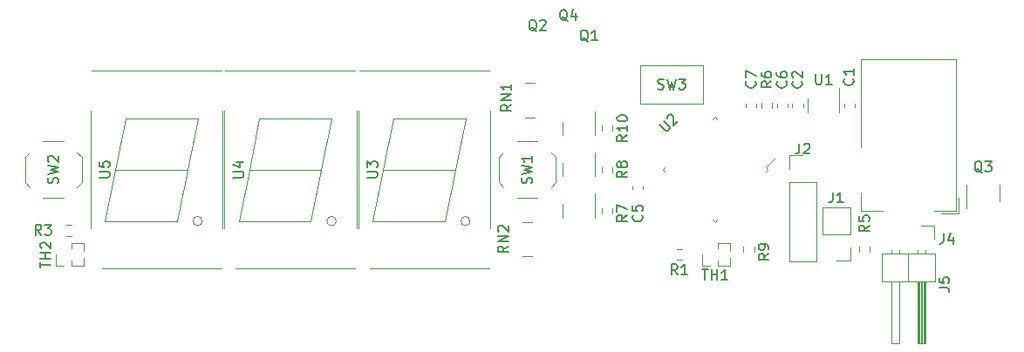
<source format=gbr>
%TF.GenerationSoftware,KiCad,Pcbnew,(6.0.5)*%
%TF.CreationDate,2023-01-29T17:57:26+00:00*%
%TF.ProjectId,PCB reflow Plate,50434220-7265-4666-9c6f-7720506c6174,rev?*%
%TF.SameCoordinates,Original*%
%TF.FileFunction,Legend,Top*%
%TF.FilePolarity,Positive*%
%FSLAX46Y46*%
G04 Gerber Fmt 4.6, Leading zero omitted, Abs format (unit mm)*
G04 Created by KiCad (PCBNEW (6.0.5)) date 2023-01-29 17:57:26*
%MOMM*%
%LPD*%
G01*
G04 APERTURE LIST*
%ADD10C,0.150000*%
%ADD11C,0.120000*%
G04 APERTURE END LIST*
D10*
%TO.C,TH2*%
X127757380Y-47535714D02*
X127757380Y-46964285D01*
X128757380Y-47250000D02*
X127757380Y-47250000D01*
X128757380Y-46630952D02*
X127757380Y-46630952D01*
X128233571Y-46630952D02*
X128233571Y-46059523D01*
X128757380Y-46059523D02*
X127757380Y-46059523D01*
X127852619Y-45630952D02*
X127805000Y-45583333D01*
X127757380Y-45488095D01*
X127757380Y-45250000D01*
X127805000Y-45154761D01*
X127852619Y-45107142D01*
X127947857Y-45059523D01*
X128043095Y-45059523D01*
X128185952Y-45107142D01*
X128757380Y-45678571D01*
X128757380Y-45059523D01*
%TO.C,TH1*%
X191964285Y-47702380D02*
X192535714Y-47702380D01*
X192250000Y-48702380D02*
X192250000Y-47702380D01*
X192869047Y-48702380D02*
X192869047Y-47702380D01*
X192869047Y-48178571D02*
X193440476Y-48178571D01*
X193440476Y-48702380D02*
X193440476Y-47702380D01*
X194440476Y-48702380D02*
X193869047Y-48702380D01*
X194154761Y-48702380D02*
X194154761Y-47702380D01*
X194059523Y-47845238D01*
X193964285Y-47940476D01*
X193869047Y-47988095D01*
%TO.C,C1*%
X206607142Y-29166666D02*
X206654761Y-29214285D01*
X206702380Y-29357142D01*
X206702380Y-29452380D01*
X206654761Y-29595238D01*
X206559523Y-29690476D01*
X206464285Y-29738095D01*
X206273809Y-29785714D01*
X206130952Y-29785714D01*
X205940476Y-29738095D01*
X205845238Y-29690476D01*
X205750000Y-29595238D01*
X205702380Y-29452380D01*
X205702380Y-29357142D01*
X205750000Y-29214285D01*
X205797619Y-29166666D01*
X206702380Y-28214285D02*
X206702380Y-28785714D01*
X206702380Y-28500000D02*
X205702380Y-28500000D01*
X205845238Y-28595238D01*
X205940476Y-28690476D01*
X205988095Y-28785714D01*
%TO.C,SW3*%
X187666666Y-30154761D02*
X187809523Y-30202380D01*
X188047619Y-30202380D01*
X188142857Y-30154761D01*
X188190476Y-30107142D01*
X188238095Y-30011904D01*
X188238095Y-29916666D01*
X188190476Y-29821428D01*
X188142857Y-29773809D01*
X188047619Y-29726190D01*
X187857142Y-29678571D01*
X187761904Y-29630952D01*
X187714285Y-29583333D01*
X187666666Y-29488095D01*
X187666666Y-29392857D01*
X187714285Y-29297619D01*
X187761904Y-29250000D01*
X187857142Y-29202380D01*
X188095238Y-29202380D01*
X188238095Y-29250000D01*
X188571428Y-29202380D02*
X188809523Y-30202380D01*
X189000000Y-29488095D01*
X189190476Y-30202380D01*
X189428571Y-29202380D01*
X189714285Y-29202380D02*
X190333333Y-29202380D01*
X190000000Y-29583333D01*
X190142857Y-29583333D01*
X190238095Y-29630952D01*
X190285714Y-29678571D01*
X190333333Y-29773809D01*
X190333333Y-30011904D01*
X190285714Y-30107142D01*
X190238095Y-30154761D01*
X190142857Y-30202380D01*
X189857142Y-30202380D01*
X189761904Y-30154761D01*
X189714285Y-30107142D01*
%TO.C,J4*%
X215416666Y-44202380D02*
X215416666Y-44916666D01*
X215369047Y-45059523D01*
X215273809Y-45154761D01*
X215130952Y-45202380D01*
X215035714Y-45202380D01*
X216321428Y-44535714D02*
X216321428Y-45202380D01*
X216083333Y-44154761D02*
X215845238Y-44869047D01*
X216464285Y-44869047D01*
%TO.C,R9*%
X198452380Y-46171390D02*
X197976190Y-46504724D01*
X198452380Y-46742819D02*
X197452380Y-46742819D01*
X197452380Y-46361866D01*
X197500000Y-46266628D01*
X197547619Y-46219009D01*
X197642857Y-46171390D01*
X197785714Y-46171390D01*
X197880952Y-46219009D01*
X197928571Y-46266628D01*
X197976190Y-46361866D01*
X197976190Y-46742819D01*
X198452380Y-45695200D02*
X198452380Y-45504724D01*
X198404761Y-45409485D01*
X198357142Y-45361866D01*
X198214285Y-45266628D01*
X198023809Y-45219009D01*
X197642857Y-45219009D01*
X197547619Y-45266628D01*
X197500000Y-45314247D01*
X197452380Y-45409485D01*
X197452380Y-45599962D01*
X197500000Y-45695200D01*
X197547619Y-45742819D01*
X197642857Y-45790438D01*
X197880952Y-45790438D01*
X197976190Y-45742819D01*
X198023809Y-45695200D01*
X198071428Y-45599962D01*
X198071428Y-45409485D01*
X198023809Y-45314247D01*
X197976190Y-45266628D01*
X197880952Y-45219009D01*
%TO.C,Q3*%
X219154761Y-38297619D02*
X219059523Y-38250000D01*
X218964285Y-38154761D01*
X218821428Y-38011904D01*
X218726190Y-37964285D01*
X218630952Y-37964285D01*
X218678571Y-38202380D02*
X218583333Y-38154761D01*
X218488095Y-38059523D01*
X218440476Y-37869047D01*
X218440476Y-37535714D01*
X218488095Y-37345238D01*
X218583333Y-37250000D01*
X218678571Y-37202380D01*
X218869047Y-37202380D01*
X218964285Y-37250000D01*
X219059523Y-37345238D01*
X219107142Y-37535714D01*
X219107142Y-37869047D01*
X219059523Y-38059523D01*
X218964285Y-38154761D01*
X218869047Y-38202380D01*
X218678571Y-38202380D01*
X219440476Y-37202380D02*
X220059523Y-37202380D01*
X219726190Y-37583333D01*
X219869047Y-37583333D01*
X219964285Y-37630952D01*
X220011904Y-37678571D01*
X220059523Y-37773809D01*
X220059523Y-38011904D01*
X220011904Y-38107142D01*
X219964285Y-38154761D01*
X219869047Y-38202380D01*
X219583333Y-38202380D01*
X219488095Y-38154761D01*
X219440476Y-38107142D01*
%TO.C,U4*%
X146452380Y-38761904D02*
X147261904Y-38761904D01*
X147357142Y-38714285D01*
X147404761Y-38666666D01*
X147452380Y-38571428D01*
X147452380Y-38380952D01*
X147404761Y-38285714D01*
X147357142Y-38238095D01*
X147261904Y-38190476D01*
X146452380Y-38190476D01*
X146785714Y-37285714D02*
X147452380Y-37285714D01*
X146404761Y-37523809D02*
X147119047Y-37761904D01*
X147119047Y-37142857D01*
%TO.C,U1*%
X202988095Y-28702380D02*
X202988095Y-29511904D01*
X203035714Y-29607142D01*
X203083333Y-29654761D01*
X203178571Y-29702380D01*
X203369047Y-29702380D01*
X203464285Y-29654761D01*
X203511904Y-29607142D01*
X203559523Y-29511904D01*
X203559523Y-28702380D01*
X204559523Y-29702380D02*
X203988095Y-29702380D01*
X204273809Y-29702380D02*
X204273809Y-28702380D01*
X204178571Y-28845238D01*
X204083333Y-28940476D01*
X203988095Y-28988095D01*
%TO.C,R6*%
X198702380Y-29416666D02*
X198226190Y-29750000D01*
X198702380Y-29988095D02*
X197702380Y-29988095D01*
X197702380Y-29607142D01*
X197750000Y-29511904D01*
X197797619Y-29464285D01*
X197892857Y-29416666D01*
X198035714Y-29416666D01*
X198130952Y-29464285D01*
X198178571Y-29511904D01*
X198226190Y-29607142D01*
X198226190Y-29988095D01*
X197702380Y-28559523D02*
X197702380Y-28750000D01*
X197750000Y-28845238D01*
X197797619Y-28892857D01*
X197940476Y-28988095D01*
X198130952Y-29035714D01*
X198511904Y-29035714D01*
X198607142Y-28988095D01*
X198654761Y-28940476D01*
X198702380Y-28845238D01*
X198702380Y-28654761D01*
X198654761Y-28559523D01*
X198607142Y-28511904D01*
X198511904Y-28464285D01*
X198273809Y-28464285D01*
X198178571Y-28511904D01*
X198130952Y-28559523D01*
X198083333Y-28654761D01*
X198083333Y-28845238D01*
X198130952Y-28940476D01*
X198178571Y-28988095D01*
X198273809Y-29035714D01*
%TO.C,R5*%
X208202380Y-43416666D02*
X207726190Y-43750000D01*
X208202380Y-43988095D02*
X207202380Y-43988095D01*
X207202380Y-43607142D01*
X207250000Y-43511904D01*
X207297619Y-43464285D01*
X207392857Y-43416666D01*
X207535714Y-43416666D01*
X207630952Y-43464285D01*
X207678571Y-43511904D01*
X207726190Y-43607142D01*
X207726190Y-43988095D01*
X207202380Y-42511904D02*
X207202380Y-42988095D01*
X207678571Y-43035714D01*
X207630952Y-42988095D01*
X207583333Y-42892857D01*
X207583333Y-42654761D01*
X207630952Y-42559523D01*
X207678571Y-42511904D01*
X207773809Y-42464285D01*
X208011904Y-42464285D01*
X208107142Y-42511904D01*
X208154761Y-42559523D01*
X208202380Y-42654761D01*
X208202380Y-42892857D01*
X208154761Y-42988095D01*
X208107142Y-43035714D01*
%TO.C,R3*%
X127833333Y-44352380D02*
X127500000Y-43876190D01*
X127261904Y-44352380D02*
X127261904Y-43352380D01*
X127642857Y-43352380D01*
X127738095Y-43400000D01*
X127785714Y-43447619D01*
X127833333Y-43542857D01*
X127833333Y-43685714D01*
X127785714Y-43780952D01*
X127738095Y-43828571D01*
X127642857Y-43876190D01*
X127261904Y-43876190D01*
X128166666Y-43352380D02*
X128785714Y-43352380D01*
X128452380Y-43733333D01*
X128595238Y-43733333D01*
X128690476Y-43780952D01*
X128738095Y-43828571D01*
X128785714Y-43923809D01*
X128785714Y-44161904D01*
X128738095Y-44257142D01*
X128690476Y-44304761D01*
X128595238Y-44352380D01*
X128309523Y-44352380D01*
X128214285Y-44304761D01*
X128166666Y-44257142D01*
%TO.C,J5*%
X214972380Y-49468333D02*
X215686666Y-49468333D01*
X215829523Y-49515952D01*
X215924761Y-49611190D01*
X215972380Y-49754047D01*
X215972380Y-49849285D01*
X214972380Y-48515952D02*
X214972380Y-48992142D01*
X215448571Y-49039761D01*
X215400952Y-48992142D01*
X215353333Y-48896904D01*
X215353333Y-48658809D01*
X215400952Y-48563571D01*
X215448571Y-48515952D01*
X215543809Y-48468333D01*
X215781904Y-48468333D01*
X215877142Y-48515952D01*
X215924761Y-48563571D01*
X215972380Y-48658809D01*
X215972380Y-48896904D01*
X215924761Y-48992142D01*
X215877142Y-49039761D01*
%TO.C,J2*%
X201416666Y-35452380D02*
X201416666Y-36166666D01*
X201369047Y-36309523D01*
X201273809Y-36404761D01*
X201130952Y-36452380D01*
X201035714Y-36452380D01*
X201845238Y-35547619D02*
X201892857Y-35500000D01*
X201988095Y-35452380D01*
X202226190Y-35452380D01*
X202321428Y-35500000D01*
X202369047Y-35547619D01*
X202416666Y-35642857D01*
X202416666Y-35738095D01*
X202369047Y-35880952D01*
X201797619Y-36452380D01*
X202416666Y-36452380D01*
%TO.C,J1*%
X204666666Y-40202380D02*
X204666666Y-40916666D01*
X204619047Y-41059523D01*
X204523809Y-41154761D01*
X204380952Y-41202380D01*
X204285714Y-41202380D01*
X205666666Y-41202380D02*
X205095238Y-41202380D01*
X205380952Y-41202380D02*
X205380952Y-40202380D01*
X205285714Y-40345238D01*
X205190476Y-40440476D01*
X205095238Y-40488095D01*
%TO.C,C2*%
X201607142Y-29416666D02*
X201654761Y-29464285D01*
X201702380Y-29607142D01*
X201702380Y-29702380D01*
X201654761Y-29845238D01*
X201559523Y-29940476D01*
X201464285Y-29988095D01*
X201273809Y-30035714D01*
X201130952Y-30035714D01*
X200940476Y-29988095D01*
X200845238Y-29940476D01*
X200750000Y-29845238D01*
X200702380Y-29702380D01*
X200702380Y-29607142D01*
X200750000Y-29464285D01*
X200797619Y-29416666D01*
X200797619Y-29035714D02*
X200750000Y-28988095D01*
X200702380Y-28892857D01*
X200702380Y-28654761D01*
X200750000Y-28559523D01*
X200797619Y-28511904D01*
X200892857Y-28464285D01*
X200988095Y-28464285D01*
X201130952Y-28511904D01*
X201702380Y-29083333D01*
X201702380Y-28464285D01*
%TO.C,U2*%
X187809040Y-33651522D02*
X188381460Y-34223942D01*
X188482475Y-34257614D01*
X188549819Y-34257614D01*
X188650834Y-34223942D01*
X188785521Y-34089255D01*
X188819193Y-33988240D01*
X188819193Y-33920896D01*
X188785521Y-33819881D01*
X188213101Y-33247461D01*
X188583491Y-33011759D02*
X188583491Y-32944416D01*
X188617162Y-32843400D01*
X188785521Y-32675042D01*
X188886536Y-32641370D01*
X188953880Y-32641370D01*
X189054895Y-32675042D01*
X189122239Y-32742385D01*
X189189582Y-32877072D01*
X189189582Y-33685194D01*
X189627315Y-33247461D01*
%TO.C,RN1*%
X173452380Y-31690476D02*
X172976190Y-32023809D01*
X173452380Y-32261904D02*
X172452380Y-32261904D01*
X172452380Y-31880952D01*
X172500000Y-31785714D01*
X172547619Y-31738095D01*
X172642857Y-31690476D01*
X172785714Y-31690476D01*
X172880952Y-31738095D01*
X172928571Y-31785714D01*
X172976190Y-31880952D01*
X172976190Y-32261904D01*
X173452380Y-31261904D02*
X172452380Y-31261904D01*
X173452380Y-30690476D01*
X172452380Y-30690476D01*
X173452380Y-29690476D02*
X173452380Y-30261904D01*
X173452380Y-29976190D02*
X172452380Y-29976190D01*
X172595238Y-30071428D01*
X172690476Y-30166666D01*
X172738095Y-30261904D01*
%TO.C,C5*%
X186107142Y-42416666D02*
X186154761Y-42464285D01*
X186202380Y-42607142D01*
X186202380Y-42702380D01*
X186154761Y-42845238D01*
X186059523Y-42940476D01*
X185964285Y-42988095D01*
X185773809Y-43035714D01*
X185630952Y-43035714D01*
X185440476Y-42988095D01*
X185345238Y-42940476D01*
X185250000Y-42845238D01*
X185202380Y-42702380D01*
X185202380Y-42607142D01*
X185250000Y-42464285D01*
X185297619Y-42416666D01*
X185202380Y-41511904D02*
X185202380Y-41988095D01*
X185678571Y-42035714D01*
X185630952Y-41988095D01*
X185583333Y-41892857D01*
X185583333Y-41654761D01*
X185630952Y-41559523D01*
X185678571Y-41511904D01*
X185773809Y-41464285D01*
X186011904Y-41464285D01*
X186107142Y-41511904D01*
X186154761Y-41559523D01*
X186202380Y-41654761D01*
X186202380Y-41892857D01*
X186154761Y-41988095D01*
X186107142Y-42035714D01*
%TO.C,R7*%
X184702380Y-42416666D02*
X184226190Y-42750000D01*
X184702380Y-42988095D02*
X183702380Y-42988095D01*
X183702380Y-42607142D01*
X183750000Y-42511904D01*
X183797619Y-42464285D01*
X183892857Y-42416666D01*
X184035714Y-42416666D01*
X184130952Y-42464285D01*
X184178571Y-42511904D01*
X184226190Y-42607142D01*
X184226190Y-42988095D01*
X183702380Y-42083333D02*
X183702380Y-41416666D01*
X184702380Y-41845238D01*
%TO.C,Q2*%
X175904761Y-24547619D02*
X175809523Y-24500000D01*
X175714285Y-24404761D01*
X175571428Y-24261904D01*
X175476190Y-24214285D01*
X175380952Y-24214285D01*
X175428571Y-24452380D02*
X175333333Y-24404761D01*
X175238095Y-24309523D01*
X175190476Y-24119047D01*
X175190476Y-23785714D01*
X175238095Y-23595238D01*
X175333333Y-23500000D01*
X175428571Y-23452380D01*
X175619047Y-23452380D01*
X175714285Y-23500000D01*
X175809523Y-23595238D01*
X175857142Y-23785714D01*
X175857142Y-24119047D01*
X175809523Y-24309523D01*
X175714285Y-24404761D01*
X175619047Y-24452380D01*
X175428571Y-24452380D01*
X176238095Y-23547619D02*
X176285714Y-23500000D01*
X176380952Y-23452380D01*
X176619047Y-23452380D01*
X176714285Y-23500000D01*
X176761904Y-23547619D01*
X176809523Y-23642857D01*
X176809523Y-23738095D01*
X176761904Y-23880952D01*
X176190476Y-24452380D01*
X176809523Y-24452380D01*
%TO.C,C7*%
X197107142Y-29416666D02*
X197154761Y-29464285D01*
X197202380Y-29607142D01*
X197202380Y-29702380D01*
X197154761Y-29845238D01*
X197059523Y-29940476D01*
X196964285Y-29988095D01*
X196773809Y-30035714D01*
X196630952Y-30035714D01*
X196440476Y-29988095D01*
X196345238Y-29940476D01*
X196250000Y-29845238D01*
X196202380Y-29702380D01*
X196202380Y-29607142D01*
X196250000Y-29464285D01*
X196297619Y-29416666D01*
X196202380Y-29083333D02*
X196202380Y-28416666D01*
X197202380Y-28845238D01*
%TO.C,U5*%
X133452380Y-38761904D02*
X134261904Y-38761904D01*
X134357142Y-38714285D01*
X134404761Y-38666666D01*
X134452380Y-38571428D01*
X134452380Y-38380952D01*
X134404761Y-38285714D01*
X134357142Y-38238095D01*
X134261904Y-38190476D01*
X133452380Y-38190476D01*
X133452380Y-37238095D02*
X133452380Y-37714285D01*
X133928571Y-37761904D01*
X133880952Y-37714285D01*
X133833333Y-37619047D01*
X133833333Y-37380952D01*
X133880952Y-37285714D01*
X133928571Y-37238095D01*
X134023809Y-37190476D01*
X134261904Y-37190476D01*
X134357142Y-37238095D01*
X134404761Y-37285714D01*
X134452380Y-37380952D01*
X134452380Y-37619047D01*
X134404761Y-37714285D01*
X134357142Y-37761904D01*
%TO.C,SW2*%
X129404761Y-39333333D02*
X129452380Y-39190476D01*
X129452380Y-38952380D01*
X129404761Y-38857142D01*
X129357142Y-38809523D01*
X129261904Y-38761904D01*
X129166666Y-38761904D01*
X129071428Y-38809523D01*
X129023809Y-38857142D01*
X128976190Y-38952380D01*
X128928571Y-39142857D01*
X128880952Y-39238095D01*
X128833333Y-39285714D01*
X128738095Y-39333333D01*
X128642857Y-39333333D01*
X128547619Y-39285714D01*
X128500000Y-39238095D01*
X128452380Y-39142857D01*
X128452380Y-38904761D01*
X128500000Y-38761904D01*
X128452380Y-38428571D02*
X129452380Y-38190476D01*
X128738095Y-38000000D01*
X129452380Y-37809523D01*
X128452380Y-37571428D01*
X128547619Y-37238095D02*
X128500000Y-37190476D01*
X128452380Y-37095238D01*
X128452380Y-36857142D01*
X128500000Y-36761904D01*
X128547619Y-36714285D01*
X128642857Y-36666666D01*
X128738095Y-36666666D01*
X128880952Y-36714285D01*
X129452380Y-37285714D01*
X129452380Y-36666666D01*
%TO.C,U3*%
X159452380Y-38761904D02*
X160261904Y-38761904D01*
X160357142Y-38714285D01*
X160404761Y-38666666D01*
X160452380Y-38571428D01*
X160452380Y-38380952D01*
X160404761Y-38285714D01*
X160357142Y-38238095D01*
X160261904Y-38190476D01*
X159452380Y-38190476D01*
X159452380Y-37809523D02*
X159452380Y-37190476D01*
X159833333Y-37523809D01*
X159833333Y-37380952D01*
X159880952Y-37285714D01*
X159928571Y-37238095D01*
X160023809Y-37190476D01*
X160261904Y-37190476D01*
X160357142Y-37238095D01*
X160404761Y-37285714D01*
X160452380Y-37380952D01*
X160452380Y-37666666D01*
X160404761Y-37761904D01*
X160357142Y-37809523D01*
%TO.C,C6*%
X200107142Y-29416666D02*
X200154761Y-29464285D01*
X200202380Y-29607142D01*
X200202380Y-29702380D01*
X200154761Y-29845238D01*
X200059523Y-29940476D01*
X199964285Y-29988095D01*
X199773809Y-30035714D01*
X199630952Y-30035714D01*
X199440476Y-29988095D01*
X199345238Y-29940476D01*
X199250000Y-29845238D01*
X199202380Y-29702380D01*
X199202380Y-29607142D01*
X199250000Y-29464285D01*
X199297619Y-29416666D01*
X199202380Y-28559523D02*
X199202380Y-28750000D01*
X199250000Y-28845238D01*
X199297619Y-28892857D01*
X199440476Y-28988095D01*
X199630952Y-29035714D01*
X200011904Y-29035714D01*
X200107142Y-28988095D01*
X200154761Y-28940476D01*
X200202380Y-28845238D01*
X200202380Y-28654761D01*
X200154761Y-28559523D01*
X200107142Y-28511904D01*
X200011904Y-28464285D01*
X199773809Y-28464285D01*
X199678571Y-28511904D01*
X199630952Y-28559523D01*
X199583333Y-28654761D01*
X199583333Y-28845238D01*
X199630952Y-28940476D01*
X199678571Y-28988095D01*
X199773809Y-29035714D01*
%TO.C,R1*%
X189583333Y-48202380D02*
X189250000Y-47726190D01*
X189011904Y-48202380D02*
X189011904Y-47202380D01*
X189392857Y-47202380D01*
X189488095Y-47250000D01*
X189535714Y-47297619D01*
X189583333Y-47392857D01*
X189583333Y-47535714D01*
X189535714Y-47630952D01*
X189488095Y-47678571D01*
X189392857Y-47726190D01*
X189011904Y-47726190D01*
X190535714Y-48202380D02*
X189964285Y-48202380D01*
X190250000Y-48202380D02*
X190250000Y-47202380D01*
X190154761Y-47345238D01*
X190059523Y-47440476D01*
X189964285Y-47488095D01*
%TO.C,RN2*%
X173152380Y-45440476D02*
X172676190Y-45773809D01*
X173152380Y-46011904D02*
X172152380Y-46011904D01*
X172152380Y-45630952D01*
X172200000Y-45535714D01*
X172247619Y-45488095D01*
X172342857Y-45440476D01*
X172485714Y-45440476D01*
X172580952Y-45488095D01*
X172628571Y-45535714D01*
X172676190Y-45630952D01*
X172676190Y-46011904D01*
X173152380Y-45011904D02*
X172152380Y-45011904D01*
X173152380Y-44440476D01*
X172152380Y-44440476D01*
X172247619Y-44011904D02*
X172200000Y-43964285D01*
X172152380Y-43869047D01*
X172152380Y-43630952D01*
X172200000Y-43535714D01*
X172247619Y-43488095D01*
X172342857Y-43440476D01*
X172438095Y-43440476D01*
X172580952Y-43488095D01*
X173152380Y-44059523D01*
X173152380Y-43440476D01*
%TO.C,Q1*%
X180904761Y-25547619D02*
X180809523Y-25500000D01*
X180714285Y-25404761D01*
X180571428Y-25261904D01*
X180476190Y-25214285D01*
X180380952Y-25214285D01*
X180428571Y-25452380D02*
X180333333Y-25404761D01*
X180238095Y-25309523D01*
X180190476Y-25119047D01*
X180190476Y-24785714D01*
X180238095Y-24595238D01*
X180333333Y-24500000D01*
X180428571Y-24452380D01*
X180619047Y-24452380D01*
X180714285Y-24500000D01*
X180809523Y-24595238D01*
X180857142Y-24785714D01*
X180857142Y-25119047D01*
X180809523Y-25309523D01*
X180714285Y-25404761D01*
X180619047Y-25452380D01*
X180428571Y-25452380D01*
X181809523Y-25452380D02*
X181238095Y-25452380D01*
X181523809Y-25452380D02*
X181523809Y-24452380D01*
X181428571Y-24595238D01*
X181333333Y-24690476D01*
X181238095Y-24738095D01*
%TO.C,R10*%
X184702380Y-34642857D02*
X184226190Y-34976190D01*
X184702380Y-35214285D02*
X183702380Y-35214285D01*
X183702380Y-34833333D01*
X183750000Y-34738095D01*
X183797619Y-34690476D01*
X183892857Y-34642857D01*
X184035714Y-34642857D01*
X184130952Y-34690476D01*
X184178571Y-34738095D01*
X184226190Y-34833333D01*
X184226190Y-35214285D01*
X184702380Y-33690476D02*
X184702380Y-34261904D01*
X184702380Y-33976190D02*
X183702380Y-33976190D01*
X183845238Y-34071428D01*
X183940476Y-34166666D01*
X183988095Y-34261904D01*
X183702380Y-33071428D02*
X183702380Y-32976190D01*
X183750000Y-32880952D01*
X183797619Y-32833333D01*
X183892857Y-32785714D01*
X184083333Y-32738095D01*
X184321428Y-32738095D01*
X184511904Y-32785714D01*
X184607142Y-32833333D01*
X184654761Y-32880952D01*
X184702380Y-32976190D01*
X184702380Y-33071428D01*
X184654761Y-33166666D01*
X184607142Y-33214285D01*
X184511904Y-33261904D01*
X184321428Y-33309523D01*
X184083333Y-33309523D01*
X183892857Y-33261904D01*
X183797619Y-33214285D01*
X183750000Y-33166666D01*
X183702380Y-33071428D01*
%TO.C,R8*%
X184702380Y-38166666D02*
X184226190Y-38500000D01*
X184702380Y-38738095D02*
X183702380Y-38738095D01*
X183702380Y-38357142D01*
X183750000Y-38261904D01*
X183797619Y-38214285D01*
X183892857Y-38166666D01*
X184035714Y-38166666D01*
X184130952Y-38214285D01*
X184178571Y-38261904D01*
X184226190Y-38357142D01*
X184226190Y-38738095D01*
X184130952Y-37595238D02*
X184083333Y-37690476D01*
X184035714Y-37738095D01*
X183940476Y-37785714D01*
X183892857Y-37785714D01*
X183797619Y-37738095D01*
X183750000Y-37690476D01*
X183702380Y-37595238D01*
X183702380Y-37404761D01*
X183750000Y-37309523D01*
X183797619Y-37261904D01*
X183892857Y-37214285D01*
X183940476Y-37214285D01*
X184035714Y-37261904D01*
X184083333Y-37309523D01*
X184130952Y-37404761D01*
X184130952Y-37595238D01*
X184178571Y-37690476D01*
X184226190Y-37738095D01*
X184321428Y-37785714D01*
X184511904Y-37785714D01*
X184607142Y-37738095D01*
X184654761Y-37690476D01*
X184702380Y-37595238D01*
X184702380Y-37404761D01*
X184654761Y-37309523D01*
X184607142Y-37261904D01*
X184511904Y-37214285D01*
X184321428Y-37214285D01*
X184226190Y-37261904D01*
X184178571Y-37309523D01*
X184130952Y-37404761D01*
%TO.C,SW1*%
X175404761Y-39333333D02*
X175452380Y-39190476D01*
X175452380Y-38952380D01*
X175404761Y-38857142D01*
X175357142Y-38809523D01*
X175261904Y-38761904D01*
X175166666Y-38761904D01*
X175071428Y-38809523D01*
X175023809Y-38857142D01*
X174976190Y-38952380D01*
X174928571Y-39142857D01*
X174880952Y-39238095D01*
X174833333Y-39285714D01*
X174738095Y-39333333D01*
X174642857Y-39333333D01*
X174547619Y-39285714D01*
X174500000Y-39238095D01*
X174452380Y-39142857D01*
X174452380Y-38904761D01*
X174500000Y-38761904D01*
X174452380Y-38428571D02*
X175452380Y-38190476D01*
X174738095Y-38000000D01*
X175452380Y-37809523D01*
X174452380Y-37571428D01*
X175452380Y-36666666D02*
X175452380Y-37238095D01*
X175452380Y-36952380D02*
X174452380Y-36952380D01*
X174595238Y-37047619D01*
X174690476Y-37142857D01*
X174738095Y-37238095D01*
%TO.C,Q4*%
X178904761Y-23547619D02*
X178809523Y-23500000D01*
X178714285Y-23404761D01*
X178571428Y-23261904D01*
X178476190Y-23214285D01*
X178380952Y-23214285D01*
X178428571Y-23452380D02*
X178333333Y-23404761D01*
X178238095Y-23309523D01*
X178190476Y-23119047D01*
X178190476Y-22785714D01*
X178238095Y-22595238D01*
X178333333Y-22500000D01*
X178428571Y-22452380D01*
X178619047Y-22452380D01*
X178714285Y-22500000D01*
X178809523Y-22595238D01*
X178857142Y-22785714D01*
X178857142Y-23119047D01*
X178809523Y-23309523D01*
X178714285Y-23404761D01*
X178619047Y-23452380D01*
X178428571Y-23452380D01*
X179714285Y-22785714D02*
X179714285Y-23452380D01*
X179476190Y-22404761D02*
X179238095Y-23119047D01*
X179857142Y-23119047D01*
D11*
%TO.C,TH2*%
X130760000Y-45686529D02*
X130760000Y-45140000D01*
X130760000Y-47360000D02*
X130760000Y-46813471D01*
X129240000Y-47360000D02*
X129240000Y-46250000D01*
X130760000Y-47360000D02*
X131965000Y-47360000D01*
X131965000Y-47360000D02*
X131965000Y-46557530D01*
X130000000Y-47360000D02*
X129240000Y-47360000D01*
X130760000Y-45140000D02*
X131965000Y-45140000D01*
X131965000Y-45942470D02*
X131965000Y-45140000D01*
%TO.C,TH1*%
X193510000Y-45686529D02*
X193510000Y-45140000D01*
X193510000Y-47360000D02*
X193510000Y-46813471D01*
X191990000Y-47360000D02*
X191990000Y-46250000D01*
X193510000Y-47360000D02*
X194715000Y-47360000D01*
X194715000Y-47360000D02*
X194715000Y-46557530D01*
X192750000Y-47360000D02*
X191990000Y-47360000D01*
X193510000Y-45140000D02*
X194715000Y-45140000D01*
X194715000Y-45942470D02*
X194715000Y-45140000D01*
%TO.C,C1*%
X206760000Y-31603733D02*
X206760000Y-31896267D01*
X205740000Y-31603733D02*
X205740000Y-31896267D01*
%TO.C,SW3*%
X185940000Y-27900000D02*
X192060000Y-27900000D01*
X185940000Y-31600000D02*
X185940000Y-27900000D01*
X192060000Y-27900000D02*
X192060000Y-31600000D01*
X192060000Y-31600000D02*
X185940000Y-31600000D01*
%TO.C,J4*%
X216600000Y-27300000D02*
X216600000Y-42000000D01*
X207400000Y-35800000D02*
X207400000Y-27300000D01*
X207400000Y-42000000D02*
X207400000Y-40200000D01*
X216600000Y-42000000D02*
X214500000Y-42000000D01*
X215200000Y-42300000D02*
X216900000Y-42300000D01*
X216900000Y-42300000D02*
X216900000Y-40700000D01*
X207400000Y-27300000D02*
X216600000Y-27300000D01*
X209500000Y-42000000D02*
X207400000Y-42000000D01*
%TO.C,R9*%
X197022500Y-45495276D02*
X197022500Y-46004724D01*
X195977500Y-45495276D02*
X195977500Y-46004724D01*
%TO.C,Q3*%
X217650000Y-39450000D02*
X217650000Y-41750000D01*
X220850000Y-41050000D02*
X220850000Y-39450000D01*
%TO.C,U4*%
X158300000Y-28365000D02*
X145700000Y-28365000D01*
X145590000Y-43715000D02*
X145590000Y-32285000D01*
X155000000Y-38000000D02*
X148000000Y-38000000D01*
X158410000Y-43715000D02*
X158410000Y-32285000D01*
X148000000Y-38000000D02*
X147000000Y-43000000D01*
X147000000Y-43000000D02*
X154000000Y-43000000D01*
X146700000Y-47635000D02*
X158300000Y-47635000D01*
X149000000Y-33000000D02*
X148000000Y-38000000D01*
X149000000Y-33000000D02*
X156000000Y-33000000D01*
X154000000Y-43000000D02*
X155000000Y-38000000D01*
X156000000Y-33000000D02*
X155000000Y-38000000D01*
X156447214Y-43000000D02*
G75*
G03*
X156447214Y-43000000I-447214J0D01*
G01*
%TO.C,U1*%
X202190000Y-31750000D02*
X202190000Y-31100000D01*
X205310000Y-31750000D02*
X205310000Y-30075000D01*
X202190000Y-31750000D02*
X202190000Y-32400000D01*
X205310000Y-31750000D02*
X205310000Y-32400000D01*
%TO.C,R6*%
X197727500Y-32004724D02*
X197727500Y-31495276D01*
X198772500Y-32004724D02*
X198772500Y-31495276D01*
%TO.C,R5*%
X207227500Y-46004724D02*
X207227500Y-45495276D01*
X208272500Y-46004724D02*
X208272500Y-45495276D01*
%TO.C,R3*%
X130754724Y-44422500D02*
X130245276Y-44422500D01*
X130754724Y-43377500D02*
X130245276Y-43377500D01*
%TO.C,J5*%
X213090000Y-48850000D02*
X213090000Y-54850000D01*
X210330000Y-54850000D02*
X210330000Y-48850000D01*
X214520000Y-43480000D02*
X214520000Y-44750000D01*
X213330000Y-48850000D02*
X213330000Y-54850000D01*
X213630000Y-48850000D02*
X213630000Y-54850000D01*
X212870000Y-54850000D02*
X212870000Y-48850000D01*
X214580000Y-48850000D02*
X214580000Y-46190000D01*
X214580000Y-46190000D02*
X209380000Y-46190000D01*
X213450000Y-48850000D02*
X213450000Y-54850000D01*
X213630000Y-54850000D02*
X212870000Y-54850000D01*
X212970000Y-48850000D02*
X212970000Y-54850000D01*
X213570000Y-48850000D02*
X213570000Y-54850000D01*
X213250000Y-43480000D02*
X214520000Y-43480000D01*
X211980000Y-46190000D02*
X211980000Y-48850000D01*
X213210000Y-48850000D02*
X213210000Y-54850000D01*
X209380000Y-46190000D02*
X209380000Y-48850000D01*
X212870000Y-45860000D02*
X212870000Y-46190000D01*
X209380000Y-48850000D02*
X214580000Y-48850000D01*
X211090000Y-48850000D02*
X211090000Y-54850000D01*
X210330000Y-45792929D02*
X210330000Y-46190000D01*
X213630000Y-45860000D02*
X213630000Y-46190000D01*
X211090000Y-54850000D02*
X210330000Y-54850000D01*
X211090000Y-45792929D02*
X211090000Y-46190000D01*
%TO.C,J2*%
X203080000Y-39220000D02*
X203080000Y-46900000D01*
X200420000Y-37950000D02*
X200420000Y-36620000D01*
X200420000Y-46900000D02*
X203080000Y-46900000D01*
X200420000Y-39220000D02*
X203080000Y-39220000D01*
X200420000Y-36620000D02*
X201750000Y-36620000D01*
X200420000Y-39220000D02*
X200420000Y-46900000D01*
%TO.C,J1*%
X206330000Y-45525000D02*
X206330000Y-46855000D01*
X206330000Y-41655000D02*
X203670000Y-41655000D01*
X206330000Y-44255000D02*
X206330000Y-41655000D01*
X206330000Y-44255000D02*
X203670000Y-44255000D01*
X206330000Y-46855000D02*
X205000000Y-46855000D01*
X203670000Y-44255000D02*
X203670000Y-41655000D01*
%TO.C,C2*%
X200740000Y-31896267D02*
X200740000Y-31603733D01*
X201760000Y-31896267D02*
X201760000Y-31603733D01*
%TO.C,U2*%
X198128193Y-37787868D02*
X199058038Y-36858023D01*
X198128193Y-38212132D02*
X198340325Y-38000000D01*
X188341835Y-37787868D02*
X188129703Y-38000000D01*
X188129703Y-38000000D02*
X188341835Y-38212132D01*
X193235014Y-43105311D02*
X193022882Y-42893179D01*
X198340325Y-38000000D02*
X198128193Y-37787868D01*
X193447146Y-42893179D02*
X193235014Y-43105311D01*
X193235014Y-32894689D02*
X193447146Y-33106821D01*
X193022882Y-33106821D02*
X193235014Y-32894689D01*
%TO.C,RN1*%
X174750000Y-32930000D02*
X175750000Y-32930000D01*
X174750000Y-29570000D02*
X175750000Y-29570000D01*
%TO.C,C5*%
X186260000Y-39603733D02*
X186260000Y-39896267D01*
X185240000Y-39603733D02*
X185240000Y-39896267D01*
%TO.C,R7*%
X182227500Y-42254724D02*
X182227500Y-41745276D01*
X183272500Y-42254724D02*
X183272500Y-41745276D01*
%TO.C,Q2*%
X178440000Y-38000000D02*
X178440000Y-38650000D01*
X181560000Y-38000000D02*
X181560000Y-38650000D01*
X181560000Y-38000000D02*
X181560000Y-36325000D01*
X178440000Y-38000000D02*
X178440000Y-37350000D01*
%TO.C,C7*%
X196240000Y-31896267D02*
X196240000Y-31603733D01*
X197260000Y-31896267D02*
X197260000Y-31603733D01*
%TO.C,U5*%
X136000000Y-33000000D02*
X143000000Y-33000000D01*
X134000000Y-43000000D02*
X141000000Y-43000000D01*
X145300000Y-28365000D02*
X132700000Y-28365000D01*
X136000000Y-33000000D02*
X135000000Y-38000000D01*
X135000000Y-38000000D02*
X134000000Y-43000000D01*
X141000000Y-43000000D02*
X142000000Y-38000000D01*
X142000000Y-38000000D02*
X135000000Y-38000000D01*
X133700000Y-47635000D02*
X145300000Y-47635000D01*
X132590000Y-43715000D02*
X132590000Y-32285000D01*
X143000000Y-33000000D02*
X142000000Y-38000000D01*
X145410000Y-43715000D02*
X145410000Y-32285000D01*
X143447214Y-43000000D02*
G75*
G03*
X143447214Y-43000000I-447214J0D01*
G01*
%TO.C,SW2*%
X130000000Y-40750000D02*
X128000000Y-40750000D01*
X126700000Y-39700000D02*
X126250000Y-39250000D01*
X126700000Y-36300000D02*
X126250000Y-36750000D01*
X131300000Y-36300000D02*
X131750000Y-36750000D01*
X130000000Y-35250000D02*
X128000000Y-35250000D01*
X126250000Y-36750000D02*
X126250000Y-39250000D01*
X131750000Y-36750000D02*
X131750000Y-39250000D01*
X131300000Y-39700000D02*
X131750000Y-39250000D01*
%TO.C,U3*%
X171410000Y-43715000D02*
X171410000Y-32285000D01*
X161000000Y-38000000D02*
X160000000Y-43000000D01*
X160000000Y-43000000D02*
X167000000Y-43000000D01*
X162000000Y-33000000D02*
X161000000Y-38000000D01*
X167000000Y-43000000D02*
X168000000Y-38000000D01*
X171300000Y-28365000D02*
X158700000Y-28365000D01*
X168000000Y-38000000D02*
X161000000Y-38000000D01*
X159700000Y-47635000D02*
X171300000Y-47635000D01*
X158590000Y-43715000D02*
X158590000Y-32285000D01*
X162000000Y-33000000D02*
X169000000Y-33000000D01*
X169000000Y-33000000D02*
X168000000Y-38000000D01*
X169447214Y-43000000D02*
G75*
G03*
X169447214Y-43000000I-447214J0D01*
G01*
%TO.C,C6*%
X200260000Y-31896267D02*
X200260000Y-31603733D01*
X199240000Y-31896267D02*
X199240000Y-31603733D01*
%TO.C,R1*%
X190004724Y-45727500D02*
X189495276Y-45727500D01*
X190004724Y-46772500D02*
X189495276Y-46772500D01*
%TO.C,RN2*%
X174500000Y-43070000D02*
X175500000Y-43070000D01*
X174500000Y-46430000D02*
X175500000Y-46430000D01*
%TO.C,Q1*%
X178440000Y-42000000D02*
X178440000Y-41350000D01*
X178440000Y-42000000D02*
X178440000Y-42650000D01*
X181560000Y-42000000D02*
X181560000Y-40325000D01*
X181560000Y-42000000D02*
X181560000Y-42650000D01*
%TO.C,R10*%
X182227500Y-34254724D02*
X182227500Y-33745276D01*
X183272500Y-34254724D02*
X183272500Y-33745276D01*
%TO.C,R8*%
X182227500Y-38254724D02*
X182227500Y-37745276D01*
X183272500Y-38254724D02*
X183272500Y-37745276D01*
%TO.C,SW1*%
X177300000Y-36300000D02*
X177750000Y-36750000D01*
X176000000Y-40750000D02*
X174000000Y-40750000D01*
X172250000Y-36750000D02*
X172250000Y-39250000D01*
X172700000Y-39700000D02*
X172250000Y-39250000D01*
X177750000Y-36750000D02*
X177750000Y-39250000D01*
X176000000Y-35250000D02*
X174000000Y-35250000D01*
X177300000Y-39700000D02*
X177750000Y-39250000D01*
X172700000Y-36300000D02*
X172250000Y-36750000D01*
%TO.C,Q4*%
X181560000Y-34000000D02*
X181560000Y-32325000D01*
X178440000Y-34000000D02*
X178440000Y-33350000D01*
X181560000Y-34000000D02*
X181560000Y-34650000D01*
X178440000Y-34000000D02*
X178440000Y-34650000D01*
%TD*%
M02*

</source>
